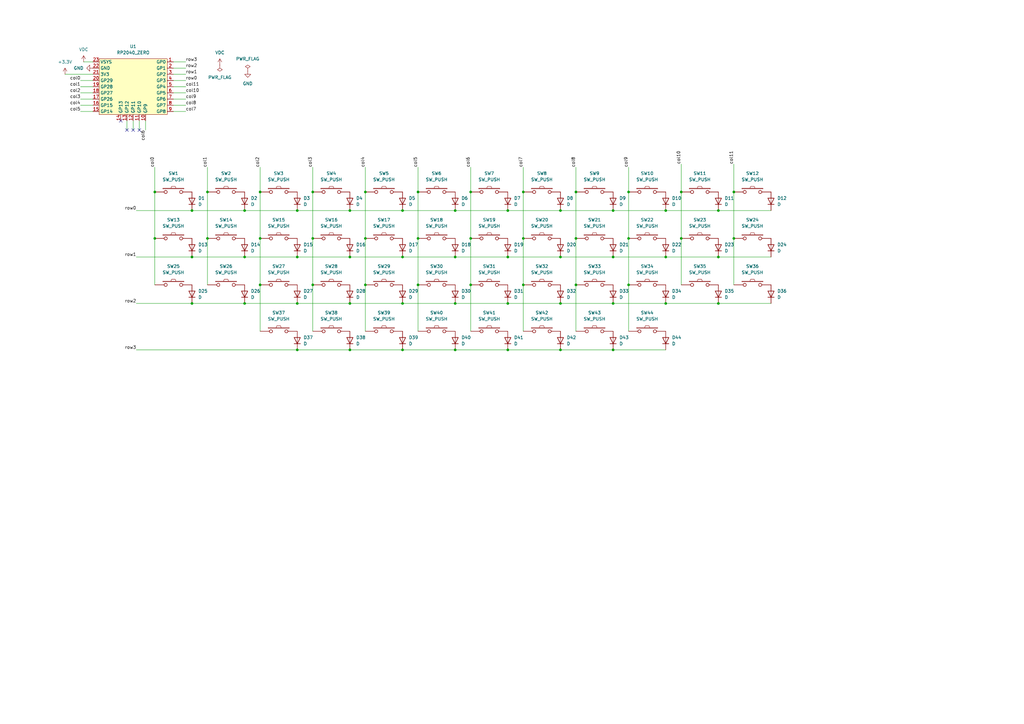
<source format=kicad_sch>
(kicad_sch (version 20231120) (generator "eeschema") (generator_version "8.0")
  (paper "A3")
  (lib_symbols
    (symbol "Device:D" (pin_numbers hide) (pin_names (offset 1.016) hide)
      (property "Reference" "D" (at 0 2.54 0))
      (property "Value" "D" (at 0 -2.54 0))
      (symbol "D_0_1"
        (polyline (pts (xy -1.27 1.27) (xy -1.27 -1.27)) (stroke (width 0.254)))
        (polyline (pts (xy 1.27 0) (xy -1.27 0)))
        (polyline (pts (xy 1.27 1.27) (xy 1.27 -1.27) (xy -1.27 0) (xy 1.27 1.27)) (stroke (width 0.254)))
      )
      (symbol "D_1_1"
        (pin passive line (at -3.81 0 0) (length 2.54) (name "K") (number "1"))
        (pin passive line (at 3.81 0 180) (length 2.54) (name "A") (number "2"))
      )
    )
    (symbol "kamo3_symbol:RP2040-ZERO"
      (property "Reference" "U" (at 0 13.97 0))
      (property "Value" "RP2040_ZERO" (at 0 0 0))
      (symbol "RP2040-ZERO_1_1"
        (rectangle (start -13.97 10.16) (end 13.97 -12.7) (fill (type background)))
        (pin bidirectional line (at 16.51 8.89 180) (length 2.54) (name "GP0") (number "1"))
        (pin bidirectional line (at 5.08 -15.24 90) (length 2.54) (name "GP9") (number "10"))
        (pin bidirectional line (at 2.54 -15.24 90) (length 2.54) (name "GP10") (number "11"))
        (pin bidirectional line (at 0 -15.24 90) (length 2.54) (name "GP11") (number "12"))
        (pin bidirectional line (at -2.54 -15.24 90) (length 2.54) (name "GP12") (number "13"))
        (pin bidirectional line (at -5.08 -15.24 90) (length 2.54) (name "GP13") (number "14"))
        (pin bidirectional line (at -16.51 -11.43 0) (length 2.54) (name "GP14") (number "15"))
        (pin bidirectional line (at -16.51 -8.89 0) (length 2.54) (name "GP15") (number "16"))
        (pin bidirectional line (at -16.51 -6.35 0) (length 2.54) (name "GP26") (number "17"))
        (pin bidirectional line (at -16.51 -3.81 0) (length 2.54) (name "GP27") (number "18"))
        (pin bidirectional line (at -16.51 -1.27 0) (length 2.54) (name "GP28") (number "19"))
        (pin bidirectional line (at 16.51 6.35 180) (length 2.54) (name "GP1") (number "2"))
        (pin bidirectional line (at -16.51 1.27 0) (length 2.54) (name "GP29") (number "20"))
        (pin power_out line (at -16.51 3.81 0) (length 2.54) (name "3V3") (number "21"))
        (pin power_in line (at -16.51 6.35 0) (length 2.54) (name "GND") (number "22"))
        (pin power_in line (at -16.51 8.89 0) (length 2.54) (name "VSYS") (number "23"))
        (pin bidirectional line (at 16.51 3.81 180) (length 2.54) (name "GP2") (number "3"))
        (pin bidirectional line (at 16.51 1.27 180) (length 2.54) (name "GP3") (number "4"))
        (pin bidirectional line (at 16.51 -1.27 180) (length 2.54) (name "GP4") (number "5"))
        (pin bidirectional line (at 16.51 -3.81 180) (length 2.54) (name "GP5") (number "6"))
        (pin bidirectional line (at 16.51 -6.35 180) (length 2.54) (name "GP6") (number "7"))
        (pin bidirectional line (at 16.51 -8.89 180) (length 2.54) (name "GP7") (number "8"))
        (pin bidirectional line (at 16.51 -11.43 180) (length 2.54) (name "GP8") (number "9"))
      )
    )
    (symbol "kbd:SW_PUSH" (pin_numbers hide) (pin_names (offset 1.016) hide)
      (property "Reference" "SW" (at 3.81 2.794 0))
      (property "Value" "SW_PUSH" (at 0 -2.032 0))
      (symbol "SW_PUSH_0_1"
        (rectangle (start -4.318 1.27) (end 4.318 1.524))
        (polyline (pts (xy -1.016 1.524) (xy -0.762 2.286) (xy 0.762 2.286) (xy 1.016 1.524)))
        (pin passive inverted (at -7.62 0 0) (length 5.08) (name "1") (number "1"))
        (pin passive inverted (at 7.62 0 180) (length 5.08) (name "2") (number "2"))
      )
    )
    (symbol "power:+3.3V" (power) (pin_numbers hide) (pin_names (offset 0) hide)
      (property "Value" "+3.3V" (at 0 3.556 0))
      (symbol "+3.3V_0_1"
        (polyline (pts (xy -0.762 1.27) (xy 0 2.54)))
        (polyline (pts (xy 0 0) (xy 0 2.54)))
        (polyline (pts (xy 0 2.54) (xy 0.762 1.27)))
      )
      (symbol "+3.3V_1_1"
        (pin power_in line (at 0 0 90) (length 0) (name "~") (number "1"))
      )
    )
    (symbol "power:GND" (power) (pin_numbers hide) (pin_names (offset 0) hide)
      (property "Value" "GND" (at 0 -3.81 0))
      (symbol "GND_0_1"
        (polyline (pts (xy 0 0) (xy 0 -1.27) (xy 1.27 -1.27) (xy 0 -2.54) (xy -1.27 -1.27) (xy 0 -1.27)))
      )
      (symbol "GND_1_1"
        (pin power_in line (at 0 0 270) (length 0) (name "~") (number "1"))
      )
    )
    (symbol "power:PWR_FLAG" (power) (pin_numbers hide) (pin_names (offset 0) hide)
      (property "Value" "PWR_FLAG" (at 0 3.81 0))
      (symbol "PWR_FLAG_0_0"
        (pin power_out line (at 0 0 90) (length 0) (name "~") (number "1"))
      )
      (symbol "PWR_FLAG_0_1"
        (polyline (pts (xy 0 0) (xy 0 1.27) (xy -1.016 1.905) (xy 0 2.54) (xy 1.016 1.905) (xy 0 1.27)))
      )
    )
    (symbol "power:VDC" (power) (pin_numbers hide) (pin_names (offset 0) hide)
      (property "Value" "VDC" (at 0 3.556 0))
      (symbol "VDC_0_1"
        (polyline (pts (xy -0.762 1.27) (xy 0 2.54)))
        (polyline (pts (xy 0 0) (xy 0 2.54)))
        (polyline (pts (xy 0 2.54) (xy 0.762 1.27)))
      )
      (symbol "VDC_1_1"
        (pin power_in line (at 0 0 90) (length 0) (name "~") (number "1"))
      )
    )
  )
  (junction (at 251.46 105.41))
  (junction (at 214.63 116.84))
  (junction (at 236.22 97.79))
  (junction (at 193.04 116.84))
  (junction (at 208.28 124.46))
  (junction (at 273.05 105.41))
  (junction (at 149.86 97.79))
  (junction (at 214.63 97.79))
  (junction (at 229.87 124.46))
  (junction (at 165.1 143.51))
  (junction (at 78.74 86.36))
  (junction (at 257.81 78.74))
  (junction (at 106.68 78.74))
  (junction (at 294.64 105.41))
  (junction (at 165.1 124.46))
  (junction (at 186.69 105.41))
  (junction (at 128.27 97.79))
  (junction (at 208.28 105.41))
  (junction (at 300.99 78.74))
  (junction (at 121.92 105.41))
  (junction (at 149.86 78.74))
  (junction (at 63.5 78.74))
  (junction (at 279.4 78.74))
  (junction (at 171.45 97.79))
  (junction (at 149.86 116.84))
  (junction (at 128.27 78.74))
  (junction (at 128.27 116.84))
  (junction (at 186.69 124.46))
  (junction (at 143.51 124.46))
  (junction (at 100.33 86.36))
  (junction (at 229.87 86.36))
  (junction (at 143.51 105.41))
  (junction (at 193.04 97.79))
  (junction (at 78.74 124.46))
  (junction (at 143.51 86.36))
  (junction (at 229.87 143.51))
  (junction (at 186.69 86.36))
  (junction (at 273.05 124.46))
  (junction (at 63.5 97.79))
  (junction (at 165.1 105.41))
  (junction (at 193.04 78.74))
  (junction (at 78.74 105.41))
  (junction (at 229.87 105.41))
  (junction (at 300.99 97.79))
  (junction (at 85.09 78.74))
  (junction (at 273.05 86.36))
  (junction (at 236.22 78.74))
  (junction (at 121.92 143.51))
  (junction (at 236.22 116.84))
  (junction (at 165.1 86.36))
  (junction (at 171.45 78.74))
  (junction (at 214.63 78.74))
  (junction (at 279.4 97.79))
  (junction (at 106.68 116.84))
  (junction (at 186.69 143.51))
  (junction (at 294.64 86.36))
  (junction (at 251.46 124.46))
  (junction (at 100.33 105.41))
  (junction (at 106.68 97.79))
  (junction (at 121.92 86.36))
  (junction (at 251.46 86.36))
  (junction (at 208.28 86.36))
  (junction (at 257.81 97.79))
  (junction (at 121.92 124.46))
  (junction (at 85.09 97.79))
  (junction (at 257.81 116.84))
  (junction (at 100.33 124.46))
  (junction (at 143.51 143.51))
  (junction (at 208.28 143.51))
  (junction (at 294.64 124.46))
  (junction (at 171.45 116.84))
  (junction (at 251.46 143.51))
  (no_connect (at 52.07 53.34))
  (no_connect (at 54.61 53.34))
  (no_connect (at 57.15 53.34))
  (no_connect (at 49.53 49.53))
  (wire (pts (xy 33.02 33.02) (xy 38.1 33.02)))
  (wire (pts (xy 54.61 49.53) (xy 54.61 53.34)))
  (wire (pts (xy 294.64 105.41) (xy 316.23 105.41)))
  (wire (pts (xy 149.86 78.74) (xy 149.86 97.79)))
  (wire (pts (xy 193.04 116.84) (xy 193.04 135.89)))
  (wire (pts (xy 186.69 86.36) (xy 208.28 86.36)))
  (wire (pts (xy 55.88 143.51) (xy 121.92 143.51)))
  (wire (pts (xy 279.4 67.31) (xy 279.4 78.74)))
  (wire (pts (xy 214.63 116.84) (xy 214.63 135.89)))
  (wire (pts (xy 208.28 105.41) (xy 229.87 105.41)))
  (wire (pts (xy 273.05 105.41) (xy 294.64 105.41)))
  (wire (pts (xy 257.81 68.58) (xy 257.81 78.74)))
  (wire (pts (xy 149.86 116.84) (xy 149.86 135.89)))
  (wire (pts (xy 71.12 38.1) (xy 76.2 38.1)))
  (wire (pts (xy 214.63 97.79) (xy 214.63 116.84)))
  (wire (pts (xy 149.86 97.79) (xy 149.86 116.84)))
  (wire (pts (xy 100.33 86.36) (xy 121.92 86.36)))
  (wire (pts (xy 100.33 105.41) (xy 121.92 105.41)))
  (wire (pts (xy 55.88 124.46) (xy 78.74 124.46)))
  (wire (pts (xy 214.63 78.74) (xy 214.63 97.79)))
  (wire (pts (xy 208.28 124.46) (xy 229.87 124.46)))
  (wire (pts (xy 186.69 124.46) (xy 208.28 124.46)))
  (wire (pts (xy 26.67 30.48) (xy 38.1 30.48)))
  (wire (pts (xy 193.04 97.79) (xy 193.04 116.84)))
  (wire (pts (xy 33.02 40.64) (xy 38.1 40.64)))
  (wire (pts (xy 128.27 68.58) (xy 128.27 78.74)))
  (wire (pts (xy 273.05 86.36) (xy 294.64 86.36)))
  (wire (pts (xy 273.05 124.46) (xy 294.64 124.46)))
  (wire (pts (xy 171.45 116.84) (xy 171.45 135.89)))
  (wire (pts (xy 128.27 116.84) (xy 128.27 135.89)))
  (wire (pts (xy 251.46 105.41) (xy 273.05 105.41)))
  (wire (pts (xy 71.12 30.48) (xy 76.2 30.48)))
  (wire (pts (xy 71.12 33.02) (xy 76.2 33.02)))
  (wire (pts (xy 85.09 68.58) (xy 85.09 78.74)))
  (wire (pts (xy 55.88 105.41) (xy 78.74 105.41)))
  (wire (pts (xy 71.12 43.18) (xy 76.2 43.18)))
  (wire (pts (xy 294.64 86.36) (xy 316.23 86.36)))
  (wire (pts (xy 143.51 143.51) (xy 165.1 143.51)))
  (wire (pts (xy 100.33 124.46) (xy 121.92 124.46)))
  (wire (pts (xy 63.5 97.79) (xy 63.5 116.84)))
  (wire (pts (xy 121.92 86.36) (xy 143.51 86.36)))
  (wire (pts (xy 251.46 143.51) (xy 273.05 143.51)))
  (wire (pts (xy 85.09 78.74) (xy 85.09 97.79)))
  (wire (pts (xy 63.5 68.58) (xy 63.5 78.74)))
  (wire (pts (xy 208.28 86.36) (xy 229.87 86.36)))
  (wire (pts (xy 300.99 67.31) (xy 300.99 78.74)))
  (wire (pts (xy 300.99 97.79) (xy 300.99 116.84)))
  (wire (pts (xy 251.46 86.36) (xy 273.05 86.36)))
  (wire (pts (xy 52.07 49.53) (xy 52.07 53.34)))
  (wire (pts (xy 128.27 78.74) (xy 128.27 97.79)))
  (wire (pts (xy 106.68 97.79) (xy 106.68 116.84)))
  (wire (pts (xy 279.4 97.79) (xy 279.4 116.84)))
  (wire (pts (xy 300.99 78.74) (xy 300.99 97.79)))
  (wire (pts (xy 171.45 97.79) (xy 171.45 116.84)))
  (wire (pts (xy 236.22 68.58) (xy 236.22 78.74)))
  (wire (pts (xy 208.28 143.51) (xy 229.87 143.51)))
  (wire (pts (xy 106.68 116.84) (xy 106.68 135.89)))
  (wire (pts (xy 78.74 105.41) (xy 100.33 105.41)))
  (wire (pts (xy 63.5 78.74) (xy 63.5 97.79)))
  (wire (pts (xy 294.64 124.46) (xy 316.23 124.46)))
  (wire (pts (xy 85.09 97.79) (xy 85.09 116.84)))
  (wire (pts (xy 186.69 105.41) (xy 208.28 105.41)))
  (wire (pts (xy 121.92 143.51) (xy 143.51 143.51)))
  (wire (pts (xy 186.69 143.51) (xy 208.28 143.51)))
  (wire (pts (xy 55.88 86.36) (xy 78.74 86.36)))
  (wire (pts (xy 143.51 105.41) (xy 165.1 105.41)))
  (wire (pts (xy 171.45 78.74) (xy 171.45 97.79)))
  (wire (pts (xy 71.12 27.94) (xy 76.2 27.94)))
  (wire (pts (xy 78.74 124.46) (xy 100.33 124.46)))
  (wire (pts (xy 236.22 97.79) (xy 236.22 116.84)))
  (wire (pts (xy 59.69 49.53) (xy 59.69 53.34)))
  (wire (pts (xy 171.45 68.58) (xy 171.45 78.74)))
  (wire (pts (xy 106.68 78.74) (xy 106.68 97.79)))
  (wire (pts (xy 149.86 68.58) (xy 149.86 78.74)))
  (wire (pts (xy 165.1 143.51) (xy 186.69 143.51)))
  (wire (pts (xy 143.51 124.46) (xy 165.1 124.46)))
  (wire (pts (xy 165.1 124.46) (xy 186.69 124.46)))
  (wire (pts (xy 214.63 68.58) (xy 214.63 78.74)))
  (wire (pts (xy 165.1 86.36) (xy 186.69 86.36)))
  (wire (pts (xy 33.02 35.56) (xy 38.1 35.56)))
  (wire (pts (xy 257.81 78.74) (xy 257.81 97.79)))
  (wire (pts (xy 57.15 49.53) (xy 57.15 53.34)))
  (wire (pts (xy 71.12 45.72) (xy 76.2 45.72)))
  (wire (pts (xy 229.87 86.36) (xy 251.46 86.36)))
  (wire (pts (xy 143.51 86.36) (xy 165.1 86.36)))
  (wire (pts (xy 71.12 40.64) (xy 76.2 40.64)))
  (wire (pts (xy 128.27 97.79) (xy 128.27 116.84)))
  (wire (pts (xy 165.1 105.41) (xy 186.69 105.41)))
  (wire (pts (xy 33.02 45.72) (xy 38.1 45.72)))
  (wire (pts (xy 257.81 116.84) (xy 257.81 135.89)))
  (wire (pts (xy 33.02 38.1) (xy 38.1 38.1)))
  (wire (pts (xy 78.74 86.36) (xy 100.33 86.36)))
  (wire (pts (xy 71.12 25.4) (xy 76.2 25.4)))
  (wire (pts (xy 33.02 43.18) (xy 38.1 43.18)))
  (wire (pts (xy 229.87 124.46) (xy 251.46 124.46)))
  (wire (pts (xy 229.87 105.41) (xy 251.46 105.41)))
  (wire (pts (xy 106.68 68.58) (xy 106.68 78.74)))
  (wire (pts (xy 236.22 78.74) (xy 236.22 97.79)))
  (wire (pts (xy 121.92 105.41) (xy 143.51 105.41)))
  (wire (pts (xy 34.29 25.4) (xy 38.1 25.4)))
  (wire (pts (xy 236.22 116.84) (xy 236.22 135.89)))
  (wire (pts (xy 251.46 124.46) (xy 273.05 124.46)))
  (wire (pts (xy 193.04 78.74) (xy 193.04 97.79)))
  (wire (pts (xy 257.81 97.79) (xy 257.81 116.84)))
  (wire (pts (xy 71.12 35.56) (xy 76.2 35.56)))
  (wire (pts (xy 229.87 143.51) (xy 251.46 143.51)))
  (wire (pts (xy 193.04 68.58) (xy 193.04 78.74)))
  (wire (pts (xy 279.4 78.74) (xy 279.4 97.79)))
  (wire (pts (xy 121.92 124.46) (xy 143.51 124.46)))
  (label "row0" (at 55.88 86.36 180))
  (label "col3" (at 33.02 40.64 180))
  (label "col7" (at 76.2 45.72 0))
  (label "col11" (at 76.2 35.56 0))
  (label "row2" (at 55.88 124.46 180))
  (label "col4" (at 33.02 43.18 180))
  (label "row0" (at 76.2 33.02 0))
  (label "col0" (at 63.5 68.58 90))
  (label "col8" (at 76.2 43.18 0))
  (label "col9" (at 76.2 40.64 0))
  (label "col3" (at 128.27 68.58 90))
  (label "col2" (at 33.02 38.1 180))
  (label "col5" (at 171.45 68.58 90))
  (label "col10" (at 279.4 67.31 90))
  (label "row3" (at 55.88 143.51 180))
  (label "col10" (at 76.2 38.1 0))
  (label "col7" (at 214.63 68.58 90))
  (label "row2" (at 76.2 27.94 0))
  (label "col6" (at 59.69 53.34 270))
  (label "col1" (at 85.09 68.58 90))
  (label "row1" (at 76.2 30.48 0))
  (label "col1" (at 33.02 35.56 180))
  (label "col9" (at 257.81 68.58 90))
  (label "col11" (at 300.99 67.31 90))
  (label "row3" (at 76.2 25.4 0))
  (label "col6" (at 193.04 68.58 90))
  (label "col0" (at 33.02 33.02 180))
  (label "col8" (at 236.22 68.58 90))
  (label "col4" (at 149.86 68.58 90))
  (label "col2" (at 106.68 68.58 90))
  (label "row1" (at 55.88 105.41 180))
  (label "col5" (at 33.02 45.72 180))
  (symbol (lib_id "Device:D") (at 121.92 120.65 90) (unit 1)
    (property "Reference" "D27" (at 124.46 119.3799 90) (effects (justify right)))
    (property "Value" "D" (at 124.46 121.9199 90) (effects (justify right)))
    (property "Footprint" "kamo3_footprint:Diode_SOD123" (effects (hide yes)))
    (property "Description" "Diode" (effects (hide yes)))
    (property "Sim.Device" "D" (effects (hide yes)))
    (property "Sim.Pins" "1=K 2=A" (effects (hide yes)))
  )
  (symbol (lib_id "kbd:SW_PUSH") (at 200.66 78.74 0) (unit 1)
    (property "Reference" "SW7" (at 200.66 71.12 0))
    (property "Value" "SW_PUSH" (at 200.66 73.66 0))
    (property "Footprint" "kamo3_footprint:SW_ChocV1_Hotswap_1.0u" (effects (hide yes)))
  )
  (symbol (lib_id "Device:D") (at 229.87 120.65 90) (unit 1)
    (property "Reference" "D32" (at 232.41 119.3799 90) (effects (justify right)))
    (property "Value" "D" (at 232.41 121.9199 90) (effects (justify right)))
    (property "Footprint" "kamo3_footprint:Diode_SOD123" (effects (hide yes)))
    (property "Description" "Diode" (effects (hide yes)))
    (property "Sim.Device" "D" (effects (hide yes)))
    (property "Sim.Pins" "1=K 2=A" (effects (hide yes)))
  )
  (symbol (lib_id "kbd:SW_PUSH") (at 179.07 97.79 0) (unit 1)
    (property "Reference" "SW18" (at 179.07 90.17 0))
    (property "Value" "SW_PUSH" (at 179.07 92.71 0))
    (property "Footprint" "kamo3_footprint:SW_ChocV1_Hotswap_1.0u" (effects (hide yes)))
  )
  (symbol (lib_id "Device:D") (at 165.1 82.55 90) (unit 1)
    (property "Reference" "D5" (at 167.64 81.2799 90) (effects (justify right)))
    (property "Value" "D" (at 167.64 83.8199 90) (effects (justify right)))
    (property "Footprint" "kamo3_footprint:Diode_SOD123" (effects (hide yes)))
    (property "Description" "Diode" (effects (hide yes)))
    (property "Sim.Device" "D" (effects (hide yes)))
    (property "Sim.Pins" "1=K 2=A" (effects (hide yes)))
  )
  (symbol (lib_id "kbd:SW_PUSH") (at 114.3 78.74 0) (unit 1)
    (property "Reference" "SW3" (at 114.3 71.12 0))
    (property "Value" "SW_PUSH" (at 114.3 73.66 0))
    (property "Footprint" "kamo3_footprint:SW_ChocV1_Hotswap_1.0u" (effects (hide yes)))
  )
  (symbol (lib_id "kbd:SW_PUSH") (at 135.89 78.74 0) (unit 1)
    (property "Reference" "SW4" (at 135.89 71.12 0))
    (property "Value" "SW_PUSH" (at 135.89 73.66 0))
    (property "Footprint" "kamo3_footprint:SW_ChocV1_Hotswap_1.0u" (effects (hide yes)))
  )
  (symbol (lib_id "kbd:SW_PUSH") (at 200.66 116.84 0) (unit 1)
    (property "Reference" "SW31" (at 200.66 109.22 0))
    (property "Value" "SW_PUSH" (at 200.66 111.76 0))
    (property "Footprint" "kamo3_footprint:SW_ChocV1_Hotswap_1.0u" (effects (hide yes)))
  )
  (symbol (lib_id "kbd:SW_PUSH") (at 92.71 78.74 0) (unit 1)
    (property "Reference" "SW2" (at 92.71 71.12 0))
    (property "Value" "SW_PUSH" (at 92.71 73.66 0))
    (property "Footprint" "kamo3_footprint:SW_ChocV1_Hotswap_1.0u" (effects (hide yes)))
  )
  (symbol (lib_id "kbd:SW_PUSH") (at 265.43 78.74 0) (unit 1)
    (property "Reference" "SW10" (at 265.43 71.12 0))
    (property "Value" "SW_PUSH" (at 265.43 73.66 0))
    (property "Footprint" "kamo3_footprint:SW_ChocV1_Hotswap_1.0u" (effects (hide yes)))
  )
  (symbol (lib_id "Device:D") (at 229.87 139.7 90) (unit 1)
    (property "Reference" "D42" (at 232.41 138.4299 90) (effects (justify right)))
    (property "Value" "D" (at 232.41 140.9699 90) (effects (justify right)))
    (property "Footprint" "kamo3_footprint:Diode_SOD123" (effects (hide yes)))
    (property "Description" "Diode" (effects (hide yes)))
    (property "Sim.Device" "D" (effects (hide yes)))
    (property "Sim.Pins" "1=K 2=A" (effects (hide yes)))
  )
  (symbol (lib_id "kbd:SW_PUSH") (at 179.07 78.74 0) (unit 1)
    (property "Reference" "SW6" (at 179.07 71.12 0))
    (property "Value" "SW_PUSH" (at 179.07 73.66 0))
    (property "Footprint" "kamo3_footprint:SW_ChocV1_Hotswap_1.0u" (effects (hide yes)))
  )
  (symbol (lib_id "Device:D") (at 78.74 101.6 90) (unit 1)
    (property "Reference" "D13" (at 81.28 100.3299 90) (effects (justify right)))
    (property "Value" "D" (at 81.28 102.8699 90) (effects (justify right)))
    (property "Footprint" "kamo3_footprint:Diode_SOD123" (effects (hide yes)))
    (property "Description" "Diode" (effects (hide yes)))
    (property "Sim.Device" "D" (effects (hide yes)))
    (property "Sim.Pins" "1=K 2=A" (effects (hide yes)))
  )
  (symbol (lib_id "kbd:SW_PUSH") (at 222.25 97.79 0) (unit 1)
    (property "Reference" "SW20" (at 222.25 90.17 0))
    (property "Value" "SW_PUSH" (at 222.25 92.71 0))
    (property "Footprint" "kamo3_footprint:SW_ChocV1_Hotswap_1.0u" (effects (hide yes)))
  )
  (symbol (lib_id "kbd:SW_PUSH") (at 308.61 78.74 0) (unit 1)
    (property "Reference" "SW12" (at 308.61 71.12 0))
    (property "Value" "SW_PUSH" (at 308.61 73.66 0))
    (property "Footprint" "kamo3_footprint:SW_ChocV1_Hotswap_1.0u" (effects (hide yes)))
  )
  (symbol (lib_id "Device:D") (at 251.46 82.55 90) (unit 1)
    (property "Reference" "D9" (at 254 81.2799 90) (effects (justify right)))
    (property "Value" "D" (at 254 83.8199 90) (effects (justify right)))
    (property "Footprint" "kamo3_footprint:Diode_SOD123" (effects (hide yes)))
    (property "Description" "Diode" (effects (hide yes)))
    (property "Sim.Device" "D" (effects (hide yes)))
    (property "Sim.Pins" "1=K 2=A" (effects (hide yes)))
  )
  (symbol (lib_id "Device:D") (at 208.28 139.7 90) (unit 1)
    (property "Reference" "D41" (at 210.82 138.4299 90) (effects (justify right)))
    (property "Value" "D" (at 210.82 140.9699 90) (effects (justify right)))
    (property "Footprint" "kamo3_footprint:Diode_SOD123" (effects (hide yes)))
    (property "Description" "Diode" (effects (hide yes)))
    (property "Sim.Device" "D" (effects (hide yes)))
    (property "Sim.Pins" "1=K 2=A" (effects (hide yes)))
  )
  (symbol (lib_id "kbd:SW_PUSH") (at 92.71 97.79 0) (unit 1)
    (property "Reference" "SW14" (at 92.71 90.17 0))
    (property "Value" "SW_PUSH" (at 92.71 92.71 0))
    (property "Footprint" "kamo3_footprint:SW_ChocV1_Hotswap_1.0u" (effects (hide yes)))
  )
  (symbol (lib_id "Device:D") (at 186.69 101.6 90) (unit 1)
    (property "Reference" "D18" (at 189.23 100.3299 90) (effects (justify right)))
    (property "Value" "D" (at 189.23 102.8699 90) (effects (justify right)))
    (property "Footprint" "kamo3_footprint:Diode_SOD123" (effects (hide yes)))
    (property "Description" "Diode" (effects (hide yes)))
    (property "Sim.Device" "D" (effects (hide yes)))
    (property "Sim.Pins" "1=K 2=A" (effects (hide yes)))
  )
  (symbol (lib_id "Device:D") (at 100.33 82.55 90) (unit 1)
    (property "Reference" "D2" (at 102.87 81.2799 90) (effects (justify right)))
    (property "Value" "D" (at 102.87 83.8199 90) (effects (justify right)))
    (property "Footprint" "kamo3_footprint:Diode_SOD123" (effects (hide yes)))
    (property "Description" "Diode" (effects (hide yes)))
    (property "Sim.Device" "D" (effects (hide yes)))
    (property "Sim.Pins" "1=K 2=A" (effects (hide yes)))
  )
  (symbol (lib_id "kbd:SW_PUSH") (at 265.43 116.84 0) (unit 1)
    (property "Reference" "SW34" (at 265.43 109.22 0))
    (property "Value" "SW_PUSH" (at 265.43 111.76 0))
    (property "Footprint" "kamo3_footprint:SW_ChocV1_Hotswap_1.0u" (effects (hide yes)))
  )
  (symbol (lib_id "Device:D") (at 294.64 82.55 90) (unit 1)
    (property "Reference" "D11" (at 297.18 81.2799 90) (effects (justify right)))
    (property "Value" "D" (at 297.18 83.8199 90) (effects (justify right)))
    (property "Footprint" "kamo3_footprint:Diode_SOD123" (effects (hide yes)))
    (property "Description" "Diode" (effects (hide yes)))
    (property "Sim.Device" "D" (effects (hide yes)))
    (property "Sim.Pins" "1=K 2=A" (effects (hide yes)))
  )
  (symbol (lib_id "Device:D") (at 186.69 120.65 90) (unit 1)
    (property "Reference" "D30" (at 189.23 119.3799 90) (effects (justify right)))
    (property "Value" "D" (at 189.23 121.9199 90) (effects (justify right)))
    (property "Footprint" "kamo3_footprint:Diode_SOD123" (effects (hide yes)))
    (property "Description" "Diode" (effects (hide yes)))
    (property "Sim.Device" "D" (effects (hide yes)))
    (property "Sim.Pins" "1=K 2=A" (effects (hide yes)))
  )
  (symbol (lib_id "Device:D") (at 251.46 101.6 90) (unit 1)
    (property "Reference" "D21" (at 254 100.3299 90) (effects (justify right)))
    (property "Value" "D" (at 254 102.8699 90) (effects (justify right)))
    (property "Footprint" "kamo3_footprint:Diode_SOD123" (effects (hide yes)))
    (property "Description" "Diode" (effects (hide yes)))
    (property "Sim.Device" "D" (effects (hide yes)))
    (property "Sim.Pins" "1=K 2=A" (effects (hide yes)))
  )
  (symbol (lib_id "kbd:SW_PUSH") (at 222.25 135.89 0) (unit 1)
    (property "Reference" "SW42" (at 222.25 128.27 0))
    (property "Value" "SW_PUSH" (at 222.25 130.81 0))
    (property "Footprint" "kamo3_footprint:SW_ChocV1_Hotswap_1.0u" (effects (hide yes)))
  )
  (symbol (lib_id "kbd:SW_PUSH") (at 200.66 97.79 0) (unit 1)
    (property "Reference" "SW19" (at 200.66 90.17 0))
    (property "Value" "SW_PUSH" (at 200.66 92.71 0))
    (property "Footprint" "kamo3_footprint:SW_ChocV1_Hotswap_1.0u" (effects (hide yes)))
  )
  (symbol (lib_id "Device:D") (at 229.87 82.55 90) (unit 1)
    (property "Reference" "D8" (at 232.41 81.2799 90) (effects (justify right)))
    (property "Value" "D" (at 232.41 83.8199 90) (effects (justify right)))
    (property "Footprint" "kamo3_footprint:Diode_SOD123" (effects (hide yes)))
    (property "Description" "Diode" (effects (hide yes)))
    (property "Sim.Device" "D" (effects (hide yes)))
    (property "Sim.Pins" "1=K 2=A" (effects (hide yes)))
  )
  (symbol (lib_id "kbd:SW_PUSH") (at 265.43 97.79 0) (unit 1)
    (property "Reference" "SW22" (at 265.43 90.17 0))
    (property "Value" "SW_PUSH" (at 265.43 92.71 0))
    (property "Footprint" "kamo3_footprint:SW_ChocV1_Hotswap_1.0u" (effects (hide yes)))
  )
  (symbol (lib_id "Device:D") (at 78.74 120.65 90) (unit 1)
    (property "Reference" "D25" (at 81.28 119.3799 90) (effects (justify right)))
    (property "Value" "D" (at 81.28 121.9199 90) (effects (justify right)))
    (property "Footprint" "kamo3_footprint:Diode_SOD123" (effects (hide yes)))
    (property "Description" "Diode" (effects (hide yes)))
    (property "Sim.Device" "D" (effects (hide yes)))
    (property "Sim.Pins" "1=K 2=A" (effects (hide yes)))
  )
  (symbol (lib_id "kamo3_symbol:RP2040-ZERO") (at 54.61 34.29 0) (unit 1)
    (property "Reference" "U1" (at 54.61 19.05 0))
    (property "Value" "RP2040_ZERO" (at 54.61 21.59 0))
    (property "Footprint" "kamo3_footprint:RP2040-ZERO_SMD" (effects (hide yes)))
  )
  (symbol (lib_id "kbd:SW_PUSH") (at 157.48 135.89 0) (unit 1)
    (property "Reference" "SW39" (at 157.48 128.27 0))
    (property "Value" "SW_PUSH" (at 157.48 130.81 0))
    (property "Footprint" "kamo3_footprint:SW_ChocV1_Hotswap_1.0u" (effects (hide yes)))
  )
  (symbol (lib_id "Device:D") (at 316.23 120.65 90) (unit 1)
    (property "Reference" "D36" (at 318.77 119.3799 90) (effects (justify right)))
    (property "Value" "D" (at 318.77 121.9199 90) (effects (justify right)))
    (property "Footprint" "kamo3_footprint:Diode_SOD123" (effects (hide yes)))
    (property "Description" "Diode" (effects (hide yes)))
    (property "Sim.Device" "D" (effects (hide yes)))
    (property "Sim.Pins" "1=K 2=A" (effects (hide yes)))
  )
  (symbol (lib_id "Device:D") (at 121.92 101.6 90) (unit 1)
    (property "Reference" "D15" (at 124.46 100.3299 90) (effects (justify right)))
    (property "Value" "D" (at 124.46 102.8699 90) (effects (justify right)))
    (property "Footprint" "kamo3_footprint:Diode_SOD123" (effects (hide yes)))
    (property "Description" "Diode" (effects (hide yes)))
    (property "Sim.Device" "D" (effects (hide yes)))
    (property "Sim.Pins" "1=K 2=A" (effects (hide yes)))
  )
  (symbol (lib_id "Device:D") (at 186.69 82.55 90) (unit 1)
    (property "Reference" "D6" (at 189.23 81.2799 90) (effects (justify right)))
    (property "Value" "D" (at 189.23 83.8199 90) (effects (justify right)))
    (property "Footprint" "kamo3_footprint:Diode_SOD123" (effects (hide yes)))
    (property "Description" "Diode" (effects (hide yes)))
    (property "Sim.Device" "D" (effects (hide yes)))
    (property "Sim.Pins" "1=K 2=A" (effects (hide yes)))
  )
  (symbol (lib_id "kbd:SW_PUSH") (at 265.43 135.89 0) (unit 1)
    (property "Reference" "SW44" (at 265.43 128.27 0))
    (property "Value" "SW_PUSH" (at 265.43 130.81 0))
    (property "Footprint" "kamo3_footprint:SW_ChocV1_Hotswap_1.0u" (effects (hide yes)))
  )
  (symbol (lib_id "Device:D") (at 165.1 139.7 90) (unit 1)
    (property "Reference" "D39" (at 167.64 138.4299 90) (effects (justify right)))
    (property "Value" "D" (at 167.64 140.9699 90) (effects (justify right)))
    (property "Footprint" "kamo3_footprint:Diode_SOD123" (effects (hide yes)))
    (property "Description" "Diode" (effects (hide yes)))
    (property "Sim.Device" "D" (effects (hide yes)))
    (property "Sim.Pins" "1=K 2=A" (effects (hide yes)))
  )
  (symbol (lib_id "Device:D") (at 316.23 101.6 90) (unit 1)
    (property "Reference" "D24" (at 318.77 100.3299 90) (effects (justify right)))
    (property "Value" "D" (at 318.77 102.8699 90) (effects (justify right)))
    (property "Footprint" "kamo3_footprint:Diode_SOD123" (effects (hide yes)))
    (property "Description" "Diode" (effects (hide yes)))
    (property "Sim.Device" "D" (effects (hide yes)))
    (property "Sim.Pins" "1=K 2=A" (effects (hide yes)))
  )
  (symbol (lib_id "Device:D") (at 121.92 139.7 90) (unit 1)
    (property "Reference" "D37" (at 124.46 138.4299 90) (effects (justify right)))
    (property "Value" "D" (at 124.46 140.9699 90) (effects (justify right)))
    (property "Footprint" "kamo3_footprint:Diode_SOD123" (effects (hide yes)))
    (property "Description" "Diode" (effects (hide yes)))
    (property "Sim.Device" "D" (effects (hide yes)))
    (property "Sim.Pins" "1=K 2=A" (effects (hide yes)))
  )
  (symbol (lib_id "power:PWR_FLAG") (at 101.6 29.21 0) (unit 1)
    (property "Reference" "#FLG02" (effects (hide yes)))
    (property "Value" "PWR_FLAG" (at 101.6 24.13 0))
    (property "Description" "Special symbol for telling ERC where power comes from" (effects (hide yes)))
  )
  (symbol (lib_id "Device:D") (at 273.05 120.65 90) (unit 1)
    (property "Reference" "D34" (at 275.59 119.3799 90) (effects (justify right)))
    (property "Value" "D" (at 275.59 121.9199 90) (effects (justify right)))
    (property "Footprint" "kamo3_footprint:Diode_SOD123" (effects (hide yes)))
    (property "Description" "Diode" (effects (hide yes)))
    (property "Sim.Device" "D" (effects (hide yes)))
    (property "Sim.Pins" "1=K 2=A" (effects (hide yes)))
  )
  (symbol (lib_id "kbd:SW_PUSH") (at 157.48 97.79 0) (unit 1)
    (property "Reference" "SW17" (at 157.48 90.17 0))
    (property "Value" "SW_PUSH" (at 157.48 92.71 0))
    (property "Footprint" "kamo3_footprint:SW_ChocV1_Hotswap_1.0u" (effects (hide yes)))
  )
  (symbol (lib_id "kbd:SW_PUSH") (at 135.89 135.89 0) (unit 1)
    (property "Reference" "SW38" (at 135.89 128.27 0))
    (property "Value" "SW_PUSH" (at 135.89 130.81 0))
    (property "Footprint" "kamo3_footprint:SW_ChocV1_Hotswap_1.0u" (effects (hide yes)))
  )
  (symbol (lib_id "Device:D") (at 251.46 120.65 90) (unit 1)
    (property "Reference" "D33" (at 254 119.3799 90) (effects (justify right)))
    (property "Value" "D" (at 254 121.9199 90) (effects (justify right)))
    (property "Footprint" "kamo3_footprint:Diode_SOD123" (effects (hide yes)))
    (property "Description" "Diode" (effects (hide yes)))
    (property "Sim.Device" "D" (effects (hide yes)))
    (property "Sim.Pins" "1=K 2=A" (effects (hide yes)))
  )
  (symbol (lib_id "Device:D") (at 251.46 139.7 90) (unit 1)
    (property "Reference" "D43" (at 254 138.4299 90) (effects (justify right)))
    (property "Value" "D" (at 254 140.9699 90) (effects (justify right)))
    (property "Footprint" "kamo3_footprint:Diode_SOD123" (effects (hide yes)))
    (property "Description" "Diode" (effects (hide yes)))
    (property "Sim.Device" "D" (effects (hide yes)))
    (property "Sim.Pins" "1=K 2=A" (effects (hide yes)))
  )
  (symbol (lib_id "kbd:SW_PUSH") (at 243.84 97.79 0) (unit 1)
    (property "Reference" "SW21" (at 243.84 90.17 0))
    (property "Value" "SW_PUSH" (at 243.84 92.71 0))
    (property "Footprint" "kamo3_footprint:SW_ChocV1_Hotswap_1.0u" (effects (hide yes)))
  )
  (symbol (lib_id "kbd:SW_PUSH") (at 157.48 78.74 0) (unit 1)
    (property "Reference" "SW5" (at 157.48 71.12 0))
    (property "Value" "SW_PUSH" (at 157.48 73.66 0))
    (property "Footprint" "kamo3_footprint:SW_ChocV1_Hotswap_1.0u" (effects (hide yes)))
  )
  (symbol (lib_id "Device:D") (at 208.28 120.65 90) (unit 1)
    (property "Reference" "D31" (at 210.82 119.3799 90) (effects (justify right)))
    (property "Value" "D" (at 210.82 121.9199 90) (effects (justify right)))
    (property "Footprint" "kamo3_footprint:Diode_SOD123" (effects (hide yes)))
    (property "Description" "Diode" (effects (hide yes)))
    (property "Sim.Device" "D" (effects (hide yes)))
    (property "Sim.Pins" "1=K 2=A" (effects (hide yes)))
  )
  (symbol (lib_id "Device:D") (at 273.05 139.7 90) (unit 1)
    (property "Reference" "D44" (at 275.59 138.4299 90) (effects (justify right)))
    (property "Value" "D" (at 275.59 140.9699 90) (effects (justify right)))
    (property "Footprint" "kamo3_footprint:Diode_SOD123" (effects (hide yes)))
    (property "Description" "Diode" (effects (hide yes)))
    (property "Sim.Device" "D" (effects (hide yes)))
    (property "Sim.Pins" "1=K 2=A" (effects (hide yes)))
  )
  (symbol (lib_id "Device:D") (at 165.1 101.6 90) (unit 1)
    (property "Reference" "D17" (at 167.64 100.3299 90) (effects (justify right)))
    (property "Value" "D" (at 167.64 102.8699 90) (effects (justify right)))
    (property "Footprint" "kamo3_footprint:Diode_SOD123" (effects (hide yes)))
    (property "Description" "Diode" (effects (hide yes)))
    (property "Sim.Device" "D" (effects (hide yes)))
    (property "Sim.Pins" "1=K 2=A" (effects (hide yes)))
  )
  (symbol (lib_id "power:GND") (at 38.1 27.94 270) (unit 1)
    (property "Reference" "#PWR03" (effects (hide yes)))
    (property "Value" "GND" (at 34.29 27.9399 90) (effects (justify right)))
    (property "Description" "Power symbol creates a global label with name \"GND\" , ground" (effects (hide yes)))
  )
  (symbol (lib_id "Device:D") (at 143.51 101.6 90) (unit 1)
    (property "Reference" "D16" (at 146.05 100.3299 90) (effects (justify right)))
    (property "Value" "D" (at 146.05 102.8699 90) (effects (justify right)))
    (property "Footprint" "kamo3_footprint:Diode_SOD123" (effects (hide yes)))
    (property "Description" "Diode" (effects (hide yes)))
    (property "Sim.Device" "D" (effects (hide yes)))
    (property "Sim.Pins" "1=K 2=A" (effects (hide yes)))
  )
  (symbol (lib_id "kbd:SW_PUSH") (at 287.02 97.79 0) (unit 1)
    (property "Reference" "SW23" (at 287.02 90.17 0))
    (property "Value" "SW_PUSH" (at 287.02 92.71 0))
    (property "Footprint" "kamo3_footprint:SW_ChocV1_Hotswap_1.0u" (effects (hide yes)))
  )
  (symbol (lib_id "Device:D") (at 316.23 82.55 90) (unit 1)
    (property "Reference" "D12" (at 318.77 81.2799 90) (effects (justify right)))
    (property "Value" "D" (at 318.77 83.8199 90) (effects (justify right)))
    (property "Footprint" "kamo3_footprint:Diode_SOD123" (effects (hide yes)))
    (property "Description" "Diode" (effects (hide yes)))
    (property "Sim.Device" "D" (effects (hide yes)))
    (property "Sim.Pins" "1=K 2=A" (effects (hide yes)))
  )
  (symbol (lib_id "kbd:SW_PUSH") (at 71.12 116.84 0) (unit 1)
    (property "Reference" "SW25" (at 71.12 109.22 0))
    (property "Value" "SW_PUSH" (at 71.12 111.76 0))
    (property "Footprint" "kamo3_footprint:SW_ChocV1_Hotswap_1.0u" (effects (hide yes)))
  )
  (symbol (lib_id "kbd:SW_PUSH") (at 243.84 116.84 0) (unit 1)
    (property "Reference" "SW33" (at 243.84 109.22 0))
    (property "Value" "SW_PUSH" (at 243.84 111.76 0))
    (property "Footprint" "kamo3_footprint:SW_ChocV1_Hotswap_1.0u" (effects (hide yes)))
  )
  (symbol (lib_id "kbd:SW_PUSH") (at 287.02 78.74 0) (unit 1)
    (property "Reference" "SW11" (at 287.02 71.12 0))
    (property "Value" "SW_PUSH" (at 287.02 73.66 0))
    (property "Footprint" "kamo3_footprint:SW_ChocV1_Hotswap_1.0u" (effects (hide yes)))
  )
  (symbol (lib_id "kbd:SW_PUSH") (at 71.12 97.79 0) (unit 1)
    (property "Reference" "SW13" (at 71.12 90.17 0))
    (property "Value" "SW_PUSH" (at 71.12 92.71 0))
    (property "Footprint" "kamo3_footprint:SW_ChocV1_Hotswap_1.0u" (effects (hide yes)))
  )
  (symbol (lib_id "kbd:SW_PUSH") (at 200.66 135.89 0) (unit 1)
    (property "Reference" "SW41" (at 200.66 128.27 0))
    (property "Value" "SW_PUSH" (at 200.66 130.81 0))
    (property "Footprint" "kamo3_footprint:SW_ChocV1_Hotswap_1.0u" (effects (hide yes)))
  )
  (symbol (lib_id "kbd:SW_PUSH") (at 114.3 116.84 0) (unit 1)
    (property "Reference" "SW27" (at 114.3 109.22 0))
    (property "Value" "SW_PUSH" (at 114.3 111.76 0))
    (property "Footprint" "kamo3_footprint:SW_ChocV1_Hotswap_1.0u" (effects (hide yes)))
  )
  (symbol (lib_id "kbd:SW_PUSH") (at 114.3 97.79 0) (unit 1)
    (property "Reference" "SW15" (at 114.3 90.17 0))
    (property "Value" "SW_PUSH" (at 114.3 92.71 0))
    (property "Footprint" "kamo3_footprint:SW_ChocV1_Hotswap_1.0u" (effects (hide yes)))
  )
  (symbol (lib_id "Device:D") (at 208.28 101.6 90) (unit 1)
    (property "Reference" "D19" (at 210.82 100.3299 90) (effects (justify right)))
    (property "Value" "D" (at 210.82 102.8699 90) (effects (justify right)))
    (property "Footprint" "kamo3_footprint:Diode_SOD123" (effects (hide yes)))
    (property "Description" "Diode" (effects (hide yes)))
    (property "Sim.Device" "D" (effects (hide yes)))
    (property "Sim.Pins" "1=K 2=A" (effects (hide yes)))
  )
  (symbol (lib_id "power:+3.3V") (at 26.67 30.48 0) (unit 1)
    (property "Reference" "#PWR05" (effects (hide yes)))
    (property "Value" "+3.3V" (at 26.67 25.4 0))
    (property "Description" "Power symbol creates a global label with name \"+3.3V\"" (effects (hide yes)))
  )
  (symbol (lib_id "kbd:SW_PUSH") (at 243.84 135.89 0) (unit 1)
    (property "Reference" "SW43" (at 243.84 128.27 0))
    (property "Value" "SW_PUSH" (at 243.84 130.81 0))
    (property "Footprint" "kamo3_footprint:SW_ChocV1_Hotswap_1.0u" (effects (hide yes)))
  )
  (symbol (lib_id "kbd:SW_PUSH") (at 308.61 97.79 0) (unit 1)
    (property "Reference" "SW24" (at 308.61 90.17 0))
    (property "Value" "SW_PUSH" (at 308.61 92.71 0))
    (property "Footprint" "kamo3_footprint:SW_ChocV1_Hotswap_1.0u" (effects (hide yes)))
  )
  (symbol (lib_id "power:PWR_FLAG") (at 90.17 26.67 180) (unit 1)
    (property "Reference" "#FLG01" (effects (hide yes)))
    (property "Value" "PWR_FLAG" (at 90.17 31.75 0))
    (property "Description" "Special symbol for telling ERC where power comes from" (effects (hide yes)))
  )
  (symbol (lib_id "kbd:SW_PUSH") (at 287.02 116.84 0) (unit 1)
    (property "Reference" "SW35" (at 287.02 109.22 0))
    (property "Value" "SW_PUSH" (at 287.02 111.76 0))
    (property "Footprint" "kamo3_footprint:SW_ChocV1_Hotswap_1.0u" (effects (hide yes)))
  )
  (symbol (lib_id "kbd:SW_PUSH") (at 179.07 135.89 0) (unit 1)
    (property "Reference" "SW40" (at 179.07 128.27 0))
    (property "Value" "SW_PUSH" (at 179.07 130.81 0))
    (property "Footprint" "kamo3_footprint:SW_ChocV1_Hotswap_1.0u" (effects (hide yes)))
  )
  (symbol (lib_id "kbd:SW_PUSH") (at 135.89 116.84 0) (unit 1)
    (property "Reference" "SW28" (at 135.89 109.22 0))
    (property "Value" "SW_PUSH" (at 135.89 111.76 0))
    (property "Footprint" "kamo3_footprint:SW_ChocV1_Hotswap_1.0u" (effects (hide yes)))
  )
  (symbol (lib_id "kbd:SW_PUSH") (at 222.25 116.84 0) (unit 1)
    (property "Reference" "SW32" (at 222.25 109.22 0))
    (property "Value" "SW_PUSH" (at 222.25 111.76 0))
    (property "Footprint" "kamo3_footprint:SW_ChocV1_Hotswap_1.0u" (effects (hide yes)))
  )
  (symbol (lib_id "kbd:SW_PUSH") (at 243.84 78.74 0) (unit 1)
    (property "Reference" "SW9" (at 243.84 71.12 0))
    (property "Value" "SW_PUSH" (at 243.84 73.66 0))
    (property "Footprint" "kamo3_footprint:SW_ChocV1_Hotswap_1.0u" (effects (hide yes)))
  )
  (symbol (lib_id "Device:D") (at 208.28 82.55 90) (unit 1)
    (property "Reference" "D7" (at 210.82 81.2799 90) (effects (justify right)))
    (property "Value" "D" (at 210.82 83.8199 90) (effects (justify right)))
    (property "Footprint" "kamo3_footprint:Diode_SOD123" (effects (hide yes)))
    (property "Description" "Diode" (effects (hide yes)))
    (property "Sim.Device" "D" (effects (hide yes)))
    (property "Sim.Pins" "1=K 2=A" (effects (hide yes)))
  )
  (symbol (lib_id "kbd:SW_PUSH") (at 179.07 116.84 0) (unit 1)
    (property "Reference" "SW30" (at 179.07 109.22 0))
    (property "Value" "SW_PUSH" (at 179.07 111.76 0))
    (property "Footprint" "kamo3_footprint:SW_ChocV1_Hotswap_1.0u" (effects (hide yes)))
  )
  (symbol (lib_id "kbd:SW_PUSH") (at 92.71 116.84 0) (unit 1)
    (property "Reference" "SW26" (at 92.71 109.22 0))
    (property "Value" "SW_PUSH" (at 92.71 111.76 0))
    (property "Footprint" "kamo3_footprint:SW_ChocV1_Hotswap_1.0u" (effects (hide yes)))
  )
  (symbol (lib_id "kbd:SW_PUSH") (at 157.48 116.84 0) (unit 1)
    (property "Reference" "SW29" (at 157.48 109.22 0))
    (property "Value" "SW_PUSH" (at 157.48 111.76 0))
    (property "Footprint" "kamo3_footprint:SW_ChocV1_Hotswap_1.0u" (effects (hide yes)))
  )
  (symbol (lib_id "Device:D") (at 143.51 139.7 90) (unit 1)
    (property "Reference" "D38" (at 146.05 138.4299 90) (effects (justify right)))
    (property "Value" "D" (at 146.05 140.9699 90) (effects (justify right)))
    (property "Footprint" "kamo3_footprint:Diode_SOD123" (effects (hide yes)))
    (property "Description" "Diode" (effects (hide yes)))
    (property "Sim.Device" "D" (effects (hide yes)))
    (property "Sim.Pins" "1=K 2=A" (effects (hide yes)))
  )
  (symbol (lib_id "kbd:SW_PUSH") (at 135.89 97.79 0) (unit 1)
    (property "Reference" "SW16" (at 135.89 90.17 0))
    (property "Value" "SW_PUSH" (at 135.89 92.71 0))
    (property "Footprint" "kamo3_footprint:SW_ChocV1_Hotswap_1.0u" (effects (hide yes)))
  )
  (symbol (lib_id "Device:D") (at 273.05 82.55 90) (unit 1)
    (property "Reference" "D10" (at 275.59 81.2799 90) (effects (justify right)))
    (property "Value" "D" (at 275.59 83.8199 90) (effects (justify right)))
    (property "Footprint" "kamo3_footprint:Diode_SOD123" (effects (hide yes)))
    (property "Description" "Diode" (effects (hide yes)))
    (property "Sim.Device" "D" (effects (hide yes)))
    (property "Sim.Pins" "1=K 2=A" (effects (hide yes)))
  )
  (symbol (lib_id "Device:D") (at 143.51 120.65 90) (unit 1)
    (property "Reference" "D28" (at 146.05 119.3799 90) (effects (justify right)))
    (property "Value" "D" (at 146.05 121.9199 90) (effects (justify right)))
    (property "Footprint" "kamo3_footprint:Diode_SOD123" (effects (hide yes)))
    (property "Description" "Diode" (effects (hide yes)))
    (property "Sim.Device" "D" (effects (hide yes)))
    (property "Sim.Pins" "1=K 2=A" (effects (hide yes)))
  )
  (symbol (lib_id "power:VDC") (at 90.17 26.67 0) (unit 1)
    (property "Reference" "#PWR02" (effects (hide yes)))
    (property "Value" "VDC" (at 90.17 21.59 0))
    (property "Description" "Power symbol creates a global label with name \"VDC\"" (effects (hide yes)))
  )
  (symbol (lib_id "Device:D") (at 186.69 139.7 90) (unit 1)
    (property "Reference" "D40" (at 189.23 138.4299 90) (effects (justify right)))
    (property "Value" "D" (at 189.23 140.9699 90) (effects (justify right)))
    (property "Footprint" "kamo3_footprint:Diode_SOD123" (effects (hide yes)))
    (property "Description" "Diode" (effects (hide yes)))
    (property "Sim.Device" "D" (effects (hide yes)))
    (property "Sim.Pins" "1=K 2=A" (effects (hide yes)))
  )
  (symbol (lib_id "Device:D") (at 143.51 82.55 90) (unit 1)
    (property "Reference" "D4" (at 146.05 81.2799 90) (effects (justify right)))
    (property "Value" "D" (at 146.05 83.8199 90) (effects (justify right)))
    (property "Footprint" "kamo3_footprint:Diode_SOD123" (effects (hide yes)))
    (property "Description" "Diode" (effects (hide yes)))
    (property "Sim.Device" "D" (effects (hide yes)))
    (property "Sim.Pins" "1=K 2=A" (effects (hide yes)))
  )
  (symbol (lib_id "Device:D") (at 121.92 82.55 90) (unit 1)
    (property "Reference" "D3" (at 124.46 81.2799 90) (effects (justify right)))
    (property "Value" "D" (at 124.46 83.8199 90) (effects (justify right)))
    (property "Footprint" "kamo3_footprint:Diode_SOD123" (effects (hide yes)))
    (property "Description" "Diode" (effects (hide yes)))
    (property "Sim.Device" "D" (effects (hide yes)))
    (property "Sim.Pins" "1=K 2=A" (effects (hide yes)))
  )
  (symbol (lib_id "kbd:SW_PUSH") (at 71.12 78.74 0) (unit 1)
    (property "Reference" "SW1" (at 71.12 71.12 0))
    (property "Value" "SW_PUSH" (at 71.12 73.66 0))
    (property "Footprint" "kamo3_footprint:SW_ChocV1_Hotswap_1.0u" (effects (hide yes)))
  )
  (symbol (lib_id "Device:D") (at 294.64 101.6 90) (unit 1)
    (property "Reference" "D23" (at 297.18 100.3299 90) (effects (justify right)))
    (property "Value" "D" (at 297.18 102.8699 90) (effects (justify right)))
    (property "Footprint" "kamo3_footprint:Diode_SOD123" (effects (hide yes)))
    (property "Description" "Diode" (effects (hide yes)))
    (property "Sim.Device" "D" (effects (hide yes)))
    (property "Sim.Pins" "1=K 2=A" (effects (hide yes)))
  )
  (symbol (lib_id "kbd:SW_PUSH") (at 308.61 116.84 0) (unit 1)
    (property "Reference" "SW36" (at 308.61 109.22 0))
    (property "Value" "SW_PUSH" (at 308.61 111.76 0))
    (property "Footprint" "kamo3_footprint:SW_ChocV1_Hotswap_1.0u" (effects (hide yes)))
  )
  (symbol (lib_id "power:VDC") (at 34.29 25.4 0) (unit 1)
    (property "Reference" "#PWR01" (effects (hide yes)))
    (property "Value" "VDC" (at 34.29 20.32 0))
    (property "Description" "Power symbol creates a global label with name \"VDC\"" (effects (hide yes)))
  )
  (symbol (lib_id "Device:D") (at 165.1 120.65 90) (unit 1)
    (property "Reference" "D29" (at 167.64 119.3799 90) (effects (justify right)))
    (property "Value" "D" (at 167.64 121.9199 90) (effects (justify right)))
    (property "Footprint" "kamo3_footprint:Diode_SOD123" (effects (hide yes)))
    (property "Description" "Diode" (effects (hide yes)))
    (property "Sim.Device" "D" (effects (hide yes)))
    (property "Sim.Pins" "1=K 2=A" (effects (hide yes)))
  )
  (symbol (lib_id "Device:D") (at 273.05 101.6 90) (unit 1)
    (property "Reference" "D22" (at 275.59 100.3299 90) (effects (justify right)))
    (property "Value" "D" (at 275.59 102.8699 90) (effects (justify right)))
    (property "Footprint" "kamo3_footprint:Diode_SOD123" (effects (hide yes)))
    (property "Description" "Diode" (effects (hide yes)))
    (property "Sim.Device" "D" (effects (hide yes)))
    (property "Sim.Pins" "1=K 2=A" (effects (hide yes)))
  )
  (symbol (lib_id "kbd:SW_PUSH") (at 114.3 135.89 0) (unit 1)
    (property "Reference" "SW37" (at 114.3 128.27 0))
    (property "Value" "SW_PUSH" (at 114.3 130.81 0))
    (property "Footprint" "kamo3_footprint:SW_ChocV1_Hotswap_1.0u" (effects (hide yes)))
  )
  (symbol (lib_id "Device:D") (at 100.33 120.65 90) (unit 1)
    (property "Reference" "D26" (at 102.87 119.3799 90) (effects (justify right)))
    (property "Value" "D" (at 102.87 121.9199 90) (effects (justify right)))
    (property "Footprint" "kamo3_footprint:Diode_SOD123" (effects (hide yes)))
    (property "Description" "Diode" (effects (hide yes)))
    (property "Sim.Device" "D" (effects (hide yes)))
    (property "Sim.Pins" "1=K 2=A" (effects (hide yes)))
  )
  (symbol (lib_id "kbd:SW_PUSH") (at 222.25 78.74 0) (unit 1)
    (property "Reference" "SW8" (at 222.25 71.12 0))
    (property "Value" "SW_PUSH" (at 222.25 73.66 0))
    (property "Footprint" "kamo3_footprint:SW_ChocV1_Hotswap_1.0u" (effects (hide yes)))
  )
  (symbol (lib_id "Device:D") (at 100.33 101.6 90) (unit 1)
    (property "Reference" "D14" (at 102.87 100.3299 90) (effects (justify right)))
    (property "Value" "D" (at 102.87 102.8699 90) (effects (justify right)))
    (property "Footprint" "kamo3_footprint:Diode_SOD123" (effects (hide yes)))
    (property "Description" "Diode" (effects (hide yes)))
    (property "Sim.Device" "D" (effects (hide yes)))
    (property "Sim.Pins" "1=K 2=A" (effects (hide yes)))
  )
  (symbol (lib_id "Device:D") (at 294.64 120.65 90) (unit 1)
    (property "Reference" "D35" (at 297.18 119.3799 90) (effects (justify right)))
    (property "Value" "D" (at 297.18 121.9199 90) (effects (justify right)))
    (property "Footprint" "kamo3_footprint:Diode_SOD123" (effects (hide yes)))
    (property "Description" "Diode" (effects (hide yes)))
    (property "Sim.Device" "D" (effects (hide yes)))
    (property "Sim.Pins" "1=K 2=A" (effects (hide yes)))
  )
  (symbol (lib_id "power:GND") (at 101.6 29.21 0) (unit 1)
    (property "Reference" "#PWR04" (effects (hide yes)))
    (property "Value" "GND" (at 101.6 34.29 0))
    (property "Description" "Power symbol creates a global label with name \"GND\" , ground" (effects (hide yes)))
  )
  (symbol (lib_id "Device:D") (at 78.74 82.55 90) (unit 1)
    (property "Reference" "D1" (at 81.28 81.2799 90) (effects (justify right)))
    (property "Value" "D" (at 81.28 83.8199 90) (effects (justify right)))
    (property "Footprint" "kamo3_footprint:Diode_SOD123" (effects (hide yes)))
    (property "Description" "Diode" (effects (hide yes)))
    (property "Sim.Device" "D" (effects (hide yes)))
    (property "Sim.Pins" "1=K 2=A" (effects (hide yes)))
  )
  (symbol (lib_id "Device:D") (at 229.87 101.6 90) (unit 1)
    (property "Reference" "D20" (at 232.41 100.3299 90) (effects (justify right)))
    (property "Value" "D" (at 232.41 102.8699 90) (effects (justify right)))
    (property "Footprint" "kamo3_footprint:Diode_SOD123" (effects (hide yes)))
    (property "Description" "Diode" (effects (hide yes)))
    (property "Sim.Device" "D" (effects (hide yes)))
    (property "Sim.Pins" "1=K 2=A" (effects (hide yes)))
  )
)
</source>
